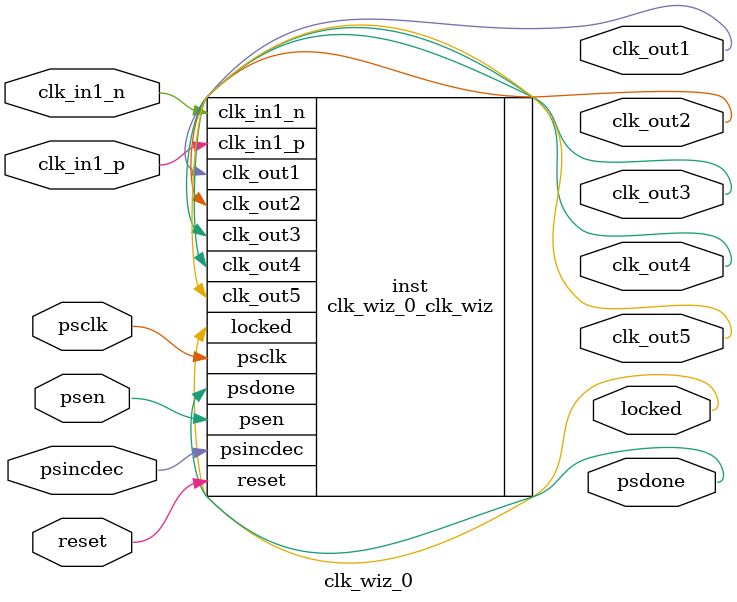
<source format=v>


`timescale 1ps/1ps

(* CORE_GENERATION_INFO = "clk_wiz_0,clk_wiz_v6_0_13_0_0,{component_name=clk_wiz_0,use_phase_alignment=true,use_min_o_jitter=false,use_max_i_jitter=false,use_dyn_phase_shift=true,use_inclk_switchover=false,use_dyn_reconfig=false,enable_axi=0,feedback_source=FDBK_AUTO,PRIMITIVE=MMCM,num_out_clk=5,clkin1_period=5.000,clkin2_period=10.0,use_power_down=false,use_reset=true,use_locked=true,use_inclk_stopped=false,feedback_type=SINGLE,CLOCK_MGR_TYPE=NA,manual_override=false}" *)

module clk_wiz_0 
 (
  // Clock out ports
  output        clk_out1,
  output        clk_out2,
  output        clk_out3,
  output        clk_out4,
  output        clk_out5,
  // Dynamic phase shift ports
  input         psclk,
  input         psen,
  input         psincdec,
  output        psdone,
  // Status and control signals
  input         reset,
  output        locked,
 // Clock in ports
  input         clk_in1_p,
  input         clk_in1_n
 );

  clk_wiz_0_clk_wiz inst
  (
  // Clock out ports  
  .clk_out1(clk_out1),
  .clk_out2(clk_out2),
  .clk_out3(clk_out3),
  .clk_out4(clk_out4),
  .clk_out5(clk_out5),
  // Dynamic phase shift ports                
  .psclk(psclk),
  .psen(psen),
  .psincdec(psincdec),
  .psdone(psdone),
  // Status and control signals               
  .reset(reset), 
  .locked(locked),
 // Clock in ports
  .clk_in1_p(clk_in1_p),
  .clk_in1_n(clk_in1_n)
  );

endmodule

</source>
